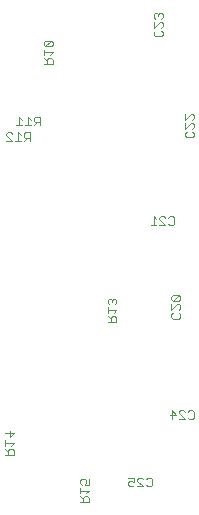
<source format=gbo>
G75*
G70*
%OFA0B0*%
%FSLAX24Y24*%
%IPPOS*%
%LPD*%
%AMOC8*
5,1,8,0,0,1.08239X$1,22.5*
%
%ADD10C,0.0030*%
D10*
X007130Y002490D02*
X007420Y002490D01*
X007420Y002635D01*
X007372Y002683D01*
X007275Y002683D01*
X007227Y002635D01*
X007227Y002490D01*
X007227Y002587D02*
X007130Y002683D01*
X007130Y002785D02*
X007130Y002978D01*
X007130Y002881D02*
X007420Y002881D01*
X007323Y002785D01*
X007275Y003079D02*
X007323Y003176D01*
X007323Y003224D01*
X007275Y003273D01*
X007178Y003273D01*
X007130Y003224D01*
X007130Y003128D01*
X007178Y003079D01*
X007275Y003079D02*
X007420Y003079D01*
X007420Y003273D01*
X008739Y003308D02*
X008932Y003308D01*
X008932Y003163D01*
X008835Y003211D01*
X008787Y003211D01*
X008739Y003163D01*
X008739Y003066D01*
X008787Y003018D01*
X008884Y003018D01*
X008932Y003066D01*
X009033Y003018D02*
X009227Y003018D01*
X009033Y003211D01*
X009033Y003260D01*
X009082Y003308D01*
X009178Y003308D01*
X009227Y003260D01*
X009328Y003260D02*
X009376Y003308D01*
X009473Y003308D01*
X009521Y003260D01*
X009521Y003066D01*
X009473Y003018D01*
X009376Y003018D01*
X009328Y003066D01*
X010177Y005261D02*
X010177Y005551D01*
X010322Y005406D01*
X010128Y005406D01*
X010423Y005454D02*
X010616Y005261D01*
X010423Y005261D01*
X010423Y005454D02*
X010423Y005502D01*
X010471Y005551D01*
X010568Y005551D01*
X010616Y005502D01*
X010718Y005502D02*
X010766Y005551D01*
X010863Y005551D01*
X010911Y005502D01*
X010911Y005309D01*
X010863Y005261D01*
X010766Y005261D01*
X010718Y005309D01*
X008336Y008496D02*
X008046Y008496D01*
X008143Y008496D02*
X008143Y008641D01*
X008191Y008690D01*
X008288Y008690D01*
X008336Y008641D01*
X008336Y008496D01*
X008143Y008593D02*
X008046Y008690D01*
X008046Y008791D02*
X008046Y008984D01*
X008046Y008887D02*
X008336Y008887D01*
X008240Y008791D01*
X008288Y009085D02*
X008336Y009134D01*
X008336Y009230D01*
X008288Y009279D01*
X008240Y009279D01*
X008191Y009230D01*
X008143Y009279D01*
X008094Y009279D01*
X008046Y009230D01*
X008046Y009134D01*
X008094Y009085D01*
X008191Y009182D02*
X008191Y009230D01*
X010167Y009250D02*
X010216Y009201D01*
X010409Y009395D01*
X010216Y009395D01*
X010167Y009346D01*
X010167Y009250D01*
X010216Y009201D02*
X010409Y009201D01*
X010458Y009250D01*
X010458Y009346D01*
X010409Y009395D01*
X010409Y009100D02*
X010458Y009052D01*
X010458Y008955D01*
X010409Y008907D01*
X010409Y008805D02*
X010458Y008757D01*
X010458Y008660D01*
X010409Y008612D01*
X010216Y008612D01*
X010167Y008660D01*
X010167Y008757D01*
X010216Y008805D01*
X010167Y008907D02*
X010361Y009100D01*
X010409Y009100D01*
X010167Y009100D02*
X010167Y008907D01*
X010212Y011728D02*
X010115Y011728D01*
X010067Y011776D01*
X009966Y011728D02*
X009772Y011728D01*
X009671Y011728D02*
X009478Y011728D01*
X009574Y011728D02*
X009574Y012018D01*
X009671Y011921D01*
X009772Y011921D02*
X009772Y011970D01*
X009821Y012018D01*
X009917Y012018D01*
X009966Y011970D01*
X010067Y011970D02*
X010115Y012018D01*
X010212Y012018D01*
X010260Y011970D01*
X010260Y011776D01*
X010212Y011728D01*
X009966Y011728D02*
X009772Y011921D01*
X005446Y014532D02*
X005446Y014822D01*
X005301Y014822D01*
X005252Y014773D01*
X005252Y014677D01*
X005301Y014628D01*
X005446Y014628D01*
X005349Y014628D02*
X005252Y014532D01*
X005151Y014532D02*
X004958Y014532D01*
X005054Y014532D02*
X005054Y014822D01*
X005151Y014725D01*
X004857Y014773D02*
X004808Y014822D01*
X004711Y014822D01*
X004663Y014773D01*
X004663Y014725D01*
X004857Y014532D01*
X004663Y014532D01*
X004991Y015053D02*
X005185Y015053D01*
X005088Y015053D02*
X005088Y015343D01*
X005185Y015246D01*
X005286Y015053D02*
X005479Y015053D01*
X005382Y015053D02*
X005382Y015343D01*
X005479Y015246D01*
X005580Y015198D02*
X005629Y015150D01*
X005774Y015150D01*
X005677Y015150D02*
X005580Y015053D01*
X005580Y015198D02*
X005580Y015295D01*
X005629Y015343D01*
X005774Y015343D01*
X005774Y015053D01*
X005916Y017094D02*
X006206Y017094D01*
X006206Y017239D01*
X006158Y017288D01*
X006061Y017288D01*
X006013Y017239D01*
X006013Y017094D01*
X006013Y017191D02*
X005916Y017288D01*
X005916Y017389D02*
X005916Y017582D01*
X005916Y017486D02*
X006206Y017486D01*
X006109Y017389D01*
X006158Y017683D02*
X006206Y017732D01*
X006206Y017829D01*
X006158Y017877D01*
X005964Y017683D01*
X005916Y017732D01*
X005916Y017829D01*
X005964Y017877D01*
X006158Y017877D01*
X006158Y017683D02*
X005964Y017683D01*
X009589Y018067D02*
X009589Y018164D01*
X009637Y018212D01*
X009589Y018313D02*
X009783Y018507D01*
X009831Y018507D01*
X009879Y018458D01*
X009879Y018362D01*
X009831Y018313D01*
X009831Y018212D02*
X009879Y018164D01*
X009879Y018067D01*
X009831Y018019D01*
X009637Y018019D01*
X009589Y018067D01*
X009589Y018313D02*
X009589Y018507D01*
X009637Y018608D02*
X009589Y018656D01*
X009589Y018753D01*
X009637Y018801D01*
X009686Y018801D01*
X009734Y018753D01*
X009734Y018705D01*
X009734Y018753D02*
X009783Y018801D01*
X009831Y018801D01*
X009879Y018753D01*
X009879Y018656D01*
X009831Y018608D01*
X010629Y015435D02*
X010629Y015242D01*
X010823Y015435D01*
X010871Y015435D01*
X010919Y015387D01*
X010919Y015290D01*
X010871Y015242D01*
X010871Y015141D02*
X010919Y015092D01*
X010919Y014996D01*
X010871Y014947D01*
X010871Y014846D02*
X010919Y014798D01*
X010919Y014701D01*
X010871Y014653D01*
X010677Y014653D01*
X010629Y014701D01*
X010629Y014798D01*
X010677Y014846D01*
X010629Y014947D02*
X010823Y015141D01*
X010871Y015141D01*
X010629Y015141D02*
X010629Y014947D01*
X004920Y004809D02*
X004629Y004809D01*
X004775Y004858D02*
X004775Y004664D01*
X004920Y004809D01*
X004920Y004466D02*
X004629Y004466D01*
X004629Y004370D02*
X004629Y004563D01*
X004823Y004370D02*
X004920Y004466D01*
X004871Y004268D02*
X004775Y004268D01*
X004726Y004220D01*
X004726Y004075D01*
X004629Y004075D02*
X004920Y004075D01*
X004920Y004220D01*
X004871Y004268D01*
X004726Y004172D02*
X004629Y004268D01*
M02*

</source>
